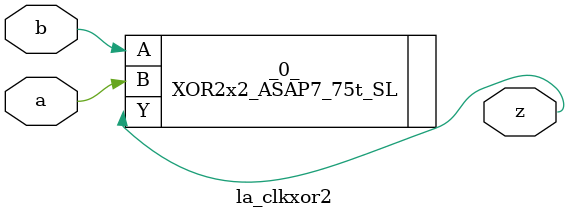
<source format=v>

/* Generated by Yosys 0.37 (git sha1 a5c7f69ed, clang 14.0.0-1ubuntu1.1 -fPIC -Os) */

module la_clkxor2(a, b, z);
  input a;
  wire a;
  input b;
  wire b;
  output z;
  wire z;
  XOR2x2_ASAP7_75t_SL _0_ (
    .A(b),
    .B(a),
    .Y(z)
  );
endmodule

</source>
